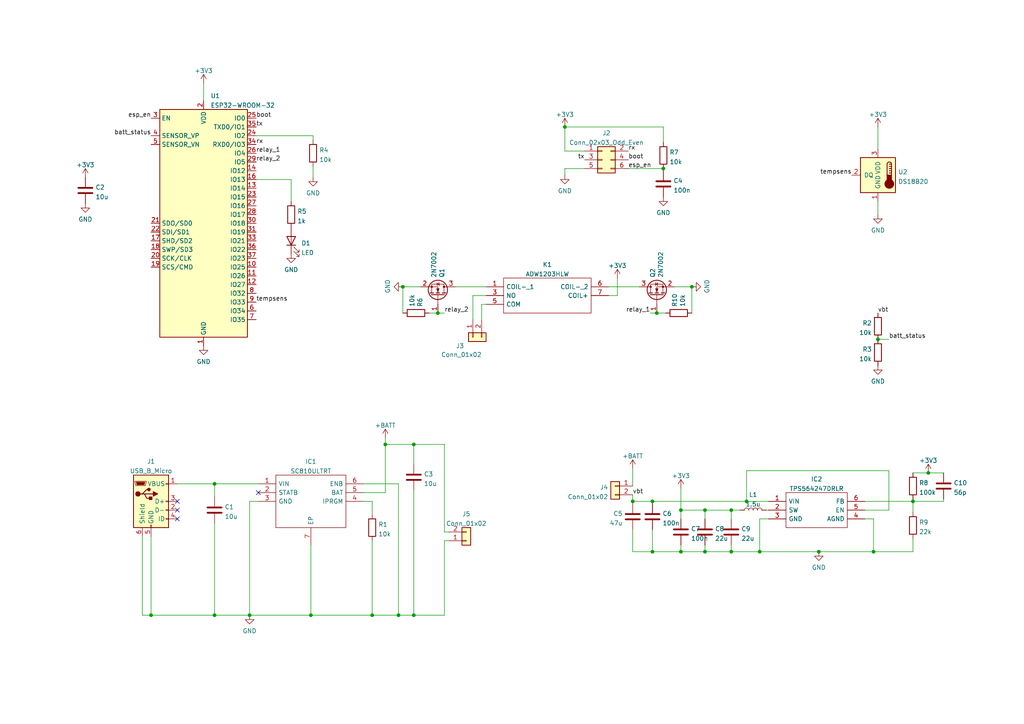
<source format=kicad_sch>
(kicad_sch (version 20211123) (generator eeschema)
  (paper "A4")
  (lib_symbols
    (symbol "Connector:USB_B_Micro" (pin_names (offset 1.016))
      (property "Reference" "J" (at -5.08 11.43 0))
      (property "Value" "USB_B_Micro" (at -5.08 8.89 0))
      (symbol "USB_B_Micro_0_1"
        (rectangle (start -5.08 -7.62) (end 5.08 7.62) (stroke (width 0.254)) (fill (type background)))
        (circle (center -3.81 2.159) (radius 0.635) (stroke (width 0.254)) (fill (type outline)))
        (circle (center -0.635 3.429) (radius 0.381) (stroke (width 0.254)) (fill (type outline)))
        (rectangle (start -0.127 -7.62) (end 0.127 -6.858))
        (polyline (pts (xy -1.905 2.159) (xy 0.635 2.159)) (stroke (width 0.254)))
        (polyline (pts (xy -3.175 2.159) (xy -2.54 2.159) (xy -1.27 3.429) (xy -0.635 3.429)) (stroke (width 0.254)))
        (polyline (pts (xy -2.54 2.159) (xy -1.905 2.159) (xy -1.27 0.889) (xy 0 0.889)) (stroke (width 0.254)))
        (polyline (pts (xy 0.635 2.794) (xy 0.635 1.524) (xy 1.905 2.159) (xy 0.635 2.794)) (stroke (width 0.254)) (fill (type outline)))
        (polyline (pts (xy -4.318 5.588) (xy -1.778 5.588) (xy -2.032 4.826) (xy -4.064 4.826) (xy -4.318 5.588)) (fill (type outline)))
        (polyline (pts (xy -4.699 5.842) (xy -4.699 5.588) (xy -4.445 4.826) (xy -4.445 4.572) (xy -1.651 4.572) (xy -1.651 4.826) (xy -1.397 5.588) (xy -1.397 5.842) (xy -4.699 5.842)))
        (rectangle (start 0.254 1.27) (end -0.508 0.508) (stroke (width 0.254)) (fill (type outline)))
        (rectangle (start 5.08 -5.207) (end 4.318 -4.953))
        (rectangle (start 5.08 -2.667) (end 4.318 -2.413))
        (rectangle (start 5.08 -0.127) (end 4.318 0.127))
        (rectangle (start 5.08 4.953) (end 4.318 5.207))
      )
      (symbol "USB_B_Micro_1_1"
        (pin power_out line (at 7.62 5.08 180) (length 2.54) (name "VBUS") (number "1"))
        (pin bidirectional line (at 7.62 -2.54 180) (length 2.54) (name "D-") (number "2"))
        (pin bidirectional line (at 7.62 0 180) (length 2.54) (name "D+") (number "3"))
        (pin passive line (at 7.62 -5.08 180) (length 2.54) (name "ID") (number "4"))
        (pin power_out line (at 0 -10.16 90) (length 2.54) (name "GND") (number "5"))
        (pin passive line (at -2.54 -10.16 90) (length 2.54) (name "Shield") (number "6"))
      )
    )
    (symbol "Connector_Generic:Conn_01x02" (pin_names (offset 1.016) hide)
      (property "Reference" "J" (at 0 2.54 0))
      (property "Value" "Conn_01x02" (at 0 -5.08 0))
      (symbol "Conn_01x02_1_1"
        (rectangle (start -1.27 -2.413) (end 0 -2.667) (stroke (width 0.1524)))
        (rectangle (start -1.27 0.127) (end 0 -0.127) (stroke (width 0.1524)))
        (rectangle (start -1.27 1.27) (end 1.27 -3.81) (stroke (width 0.254)) (fill (type background)))
        (pin passive line (at -5.08 0 0) (length 3.81) (name "Pin_1") (number "1"))
        (pin passive line (at -5.08 -2.54 0) (length 3.81) (name "Pin_2") (number "2"))
      )
    )
    (symbol "Connector_Generic:Conn_02x03_Odd_Even" (pin_names (offset 1.016) hide)
      (property "Reference" "J" (at 1.27 5.08 0))
      (property "Value" "Conn_02x03_Odd_Even" (at 1.27 -5.08 0))
      (symbol "Conn_02x03_Odd_Even_1_1"
        (rectangle (start -1.27 -2.413) (end 0 -2.667) (stroke (width 0.1524)))
        (rectangle (start -1.27 0.127) (end 0 -0.127) (stroke (width 0.1524)))
        (rectangle (start -1.27 2.667) (end 0 2.413) (stroke (width 0.1524)))
        (rectangle (start -1.27 3.81) (end 3.81 -3.81) (stroke (width 0.254)) (fill (type background)))
        (rectangle (start 3.81 -2.413) (end 2.54 -2.667) (stroke (width 0.1524)))
        (rectangle (start 3.81 0.127) (end 2.54 -0.127) (stroke (width 0.1524)))
        (rectangle (start 3.81 2.667) (end 2.54 2.413) (stroke (width 0.1524)))
        (pin passive line (at -5.08 2.54 0) (length 3.81) (name "Pin_1") (number "1"))
        (pin passive line (at 7.62 2.54 180) (length 3.81) (name "Pin_2") (number "2"))
        (pin passive line (at -5.08 0 0) (length 3.81) (name "Pin_3") (number "3"))
        (pin passive line (at 7.62 0 180) (length 3.81) (name "Pin_4") (number "4"))
        (pin passive line (at -5.08 -2.54 0) (length 3.81) (name "Pin_5") (number "5"))
        (pin passive line (at 7.62 -2.54 180) (length 3.81) (name "Pin_6") (number "6"))
      )
    )
    (symbol "Device:C" (pin_numbers hide) (pin_names (offset 0.254))
      (property "Reference" "C" (at 0.635 2.54 0))
      (property "Value" "C" (at 0.635 -2.54 0))
      (symbol "C_0_1"
        (polyline (pts (xy -2.032 -0.762) (xy 2.032 -0.762)) (stroke (width 0.508)))
        (polyline (pts (xy -2.032 0.762) (xy 2.032 0.762)) (stroke (width 0.508)))
      )
      (symbol "C_1_1"
        (pin passive line (at 0 3.81 270) (length 2.794) (name "~") (number "1"))
        (pin passive line (at 0 -3.81 90) (length 2.794) (name "~") (number "2"))
      )
    )
    (symbol "Device:L" (pin_numbers hide) (pin_names (offset 1.016) hide)
      (property "Reference" "L" (at -1.27 0 90))
      (property "Value" "L" (at 1.905 0 90))
      (symbol "L_0_1"
        (arc (start 0 -2.54) (mid 0.635 -1.905) (end 0 -1.27))
        (arc (start 0 -1.27) (mid 0.635 -0.635) (end 0 0))
        (arc (start 0 0) (mid 0.635 0.635) (end 0 1.27))
        (arc (start 0 1.27) (mid 0.635 1.905) (end 0 2.54))
      )
      (symbol "L_1_1"
        (pin passive line (at 0 3.81 270) (length 1.27) (name "1") (number "1"))
        (pin passive line (at 0 -3.81 90) (length 1.27) (name "2") (number "2"))
      )
    )
    (symbol "Device:LED" (pin_numbers hide) (pin_names (offset 1.016) hide)
      (property "Reference" "D" (at 0 2.54 0))
      (property "Value" "LED" (at 0 -2.54 0))
      (symbol "LED_0_1"
        (polyline (pts (xy -1.27 -1.27) (xy -1.27 1.27)) (stroke (width 0.254)))
        (polyline (pts (xy -1.27 0) (xy 1.27 0)))
        (polyline (pts (xy 1.27 -1.27) (xy 1.27 1.27) (xy -1.27 0) (xy 1.27 -1.27)) (stroke (width 0.254)))
        (polyline (pts (xy -3.048 -0.762) (xy -4.572 -2.286) (xy -3.81 -2.286) (xy -4.572 -2.286) (xy -4.572 -1.524)))
        (polyline (pts (xy -1.778 -0.762) (xy -3.302 -2.286) (xy -2.54 -2.286) (xy -3.302 -2.286) (xy -3.302 -1.524)))
      )
      (symbol "LED_1_1"
        (pin passive line (at -3.81 0 0) (length 2.54) (name "K") (number "1"))
        (pin passive line (at 3.81 0 180) (length 2.54) (name "A") (number "2"))
      )
    )
    (symbol "Device:R" (pin_numbers hide) (pin_names (offset 0))
      (property "Reference" "R" (at 2.032 0 90))
      (property "Value" "R" (at 0 0 90))
      (symbol "R_0_1"
        (rectangle (start -1.016 -2.54) (end 1.016 2.54) (stroke (width 0.254)))
      )
      (symbol "R_1_1"
        (pin passive line (at 0 3.81 270) (length 1.27) (name "~") (number "1"))
        (pin passive line (at 0 -3.81 90) (length 1.27) (name "~") (number "2"))
      )
    )
    (symbol "RF_Module:ESP32-WROOM-32"
      (property "Reference" "U" (at -12.7 34.29 0))
      (property "Value" "ESP32-WROOM-32" (at 1.27 34.29 0))
      (symbol "ESP32-WROOM-32_0_1"
        (rectangle (start -12.7 33.02) (end 12.7 -33.02) (stroke (width 0.254)) (fill (type background)))
      )
      (symbol "ESP32-WROOM-32_1_1"
        (pin power_in line (at 0 -35.56 90) (length 2.54) (name "GND") (number "1"))
        (pin bidirectional line (at 15.24 -12.7 180) (length 2.54) (name "IO25") (number "10"))
        (pin bidirectional line (at 15.24 -15.24 180) (length 2.54) (name "IO26") (number "11"))
        (pin bidirectional line (at 15.24 -17.78 180) (length 2.54) (name "IO27") (number "12"))
        (pin bidirectional line (at 15.24 10.16 180) (length 2.54) (name "IO14") (number "13"))
        (pin bidirectional line (at 15.24 15.24 180) (length 2.54) (name "IO12") (number "14"))
        (pin passive line (at 0 -35.56 90) (length 2.54) hide (name "GND") (number "15"))
        (pin bidirectional line (at 15.24 12.7 180) (length 2.54) (name "IO13") (number "16"))
        (pin bidirectional line (at -15.24 -5.08 0) (length 2.54) (name "SHD/SD2") (number "17"))
        (pin bidirectional line (at -15.24 -7.62 0) (length 2.54) (name "SWP/SD3") (number "18"))
        (pin bidirectional line (at -15.24 -12.7 0) (length 2.54) (name "SCS/CMD") (number "19"))
        (pin power_in line (at 0 35.56 270) (length 2.54) (name "VDD") (number "2"))
        (pin bidirectional line (at -15.24 -10.16 0) (length 2.54) (name "SCK/CLK") (number "20"))
        (pin bidirectional line (at -15.24 0 0) (length 2.54) (name "SDO/SD0") (number "21"))
        (pin bidirectional line (at -15.24 -2.54 0) (length 2.54) (name "SDI/SD1") (number "22"))
        (pin bidirectional line (at 15.24 7.62 180) (length 2.54) (name "IO15") (number "23"))
        (pin bidirectional line (at 15.24 25.4 180) (length 2.54) (name "IO2") (number "24"))
        (pin bidirectional line (at 15.24 30.48 180) (length 2.54) (name "IO0") (number "25"))
        (pin bidirectional line (at 15.24 20.32 180) (length 2.54) (name "IO4") (number "26"))
        (pin bidirectional line (at 15.24 5.08 180) (length 2.54) (name "IO16") (number "27"))
        (pin bidirectional line (at 15.24 2.54 180) (length 2.54) (name "IO17") (number "28"))
        (pin bidirectional line (at 15.24 17.78 180) (length 2.54) (name "IO5") (number "29"))
        (pin input line (at -15.24 30.48 0) (length 2.54) (name "EN") (number "3"))
        (pin bidirectional line (at 15.24 0 180) (length 2.54) (name "IO18") (number "30"))
        (pin bidirectional line (at 15.24 -2.54 180) (length 2.54) (name "IO19") (number "31"))
        (pin no_connect line (at -12.7 -27.94 0) (length 2.54) hide (name "NC") (number "32"))
        (pin bidirectional line (at 15.24 -5.08 180) (length 2.54) (name "IO21") (number "33"))
        (pin bidirectional line (at 15.24 22.86 180) (length 2.54) (name "RXD0/IO3") (number "34"))
        (pin bidirectional line (at 15.24 27.94 180) (length 2.54) (name "TXD0/IO1") (number "35"))
        (pin bidirectional line (at 15.24 -7.62 180) (length 2.54) (name "IO22") (number "36"))
        (pin bidirectional line (at 15.24 -10.16 180) (length 2.54) (name "IO23") (number "37"))
        (pin passive line (at 0 -35.56 90) (length 2.54) hide (name "GND") (number "38"))
        (pin passive line (at 0 -35.56 90) (length 2.54) hide (name "GND") (number "39"))
        (pin input line (at -15.24 25.4 0) (length 2.54) (name "SENSOR_VP") (number "4"))
        (pin input line (at -15.24 22.86 0) (length 2.54) (name "SENSOR_VN") (number "5"))
        (pin input line (at 15.24 -25.4 180) (length 2.54) (name "IO34") (number "6"))
        (pin input line (at 15.24 -27.94 180) (length 2.54) (name "IO35") (number "7"))
        (pin bidirectional line (at 15.24 -20.32 180) (length 2.54) (name "IO32") (number "8"))
        (pin bidirectional line (at 15.24 -22.86 180) (length 2.54) (name "IO33") (number "9"))
      )
    )
    (symbol "SamacSys_Parts:ADW1203HLW" (pin_names (offset 0.762))
      (property "Reference" "K" (at 31.75 7.62 0))
      (property "Value" "ADW1203HLW" (at 31.75 5.08 0))
      (symbol "ADW1203HLW_0_0"
        (pin passive line (at 0 0 0) (length 5.08) (name "COIL-_1") (number "1"))
        (pin passive line (at 0 -2.54 0) (length 5.08) (name "NO") (number "3"))
        (pin passive line (at 0 -5.08 0) (length 5.08) (name "COM") (number "5"))
        (pin passive line (at 35.56 0 180) (length 5.08) (name "COIL-_2") (number "6"))
        (pin passive line (at 35.56 -2.54 180) (length 5.08) (name "COIL+") (number "7"))
      )
      (symbol "ADW1203HLW_0_1"
        (polyline (pts (xy 5.08 2.54) (xy 30.48 2.54) (xy 30.48 -7.62) (xy 5.08 -7.62) (xy 5.08 2.54)) (stroke (width 0.1524)))
      )
    )
    (symbol "SamacSys_Parts:SC810ULTRT" (pin_names (offset 0.762))
      (property "Reference" "IC" (at 26.67 7.62 0))
      (property "Value" "SC810ULTRT" (at 26.67 5.08 0))
      (symbol "SC810ULTRT_0_0"
        (pin passive line (at 0 0 0) (length 5.08) (name "VIN") (number "1"))
        (pin passive line (at 0 -2.54 0) (length 5.08) (name "STATB") (number "2"))
        (pin passive line (at 0 -5.08 0) (length 5.08) (name "GND") (number "3"))
        (pin passive line (at 30.48 -5.08 180) (length 5.08) (name "IPRGM") (number "4"))
        (pin passive line (at 30.48 -2.54 180) (length 5.08) (name "BAT") (number "5"))
        (pin passive line (at 30.48 0 180) (length 5.08) (name "ENB") (number "6"))
        (pin passive line (at 15.24 -17.78 90) (length 5.08) (name "EP") (number "7"))
      )
      (symbol "SC810ULTRT_0_1"
        (polyline (pts (xy 5.08 2.54) (xy 25.4 2.54) (xy 25.4 -12.7) (xy 5.08 -12.7) (xy 5.08 2.54)) (stroke (width 0.1524)))
      )
    )
    (symbol "SamacSys_Parts:TPS564247DRLR" (pin_names (offset 0.762))
      (property "Reference" "IC" (at 24.13 7.62 0))
      (property "Value" "TPS564247DRLR" (at 24.13 5.08 0))
      (symbol "TPS564247DRLR_0_0"
        (pin passive line (at 0 0 0) (length 5.08) (name "VIN") (number "1"))
        (pin passive line (at 0 -2.54 0) (length 5.08) (name "SW") (number "2"))
        (pin passive line (at 0 -5.08 0) (length 5.08) (name "GND") (number "3"))
        (pin passive line (at 27.94 -5.08 180) (length 5.08) (name "AGND") (number "4"))
        (pin passive line (at 27.94 -2.54 180) (length 5.08) (name "EN") (number "5"))
        (pin passive line (at 27.94 0 180) (length 5.08) (name "FB") (number "6"))
      )
      (symbol "TPS564247DRLR_0_1"
        (polyline (pts (xy 5.08 2.54) (xy 22.86 2.54) (xy 22.86 -7.62) (xy 5.08 -7.62) (xy 5.08 2.54)) (stroke (width 0.1524)))
      )
    )
    (symbol "Sensor_Temperature:DS18B20" (pin_names (offset 1.016))
      (property "Reference" "U" (at -3.81 6.35 0))
      (property "Value" "DS18B20" (at 6.35 6.35 0))
      (symbol "DS18B20_0_1"
        (rectangle (start -5.08 5.08) (end 5.08 -5.08) (stroke (width 0.254)) (fill (type background)))
        (circle (center -3.302 -2.54) (radius 1.27) (stroke (width 0.254)) (fill (type outline)))
        (rectangle (start -2.667 -1.905) (end -3.937 0) (stroke (width 0.254)) (fill (type outline)))
        (arc (start -2.667 3.175) (mid -3.302 3.81) (end -3.937 3.175) (stroke (width 0.254)))
        (polyline (pts (xy -3.937 0.635) (xy -3.302 0.635)) (stroke (width 0.254)))
        (polyline (pts (xy -3.937 1.27) (xy -3.302 1.27)) (stroke (width 0.254)))
        (polyline (pts (xy -3.937 1.905) (xy -3.302 1.905)) (stroke (width 0.254)))
        (polyline (pts (xy -3.937 2.54) (xy -3.302 2.54)) (stroke (width 0.254)))
        (polyline (pts (xy -3.937 3.175) (xy -3.937 0)) (stroke (width 0.254)))
        (polyline (pts (xy -3.937 3.175) (xy -3.302 3.175)) (stroke (width 0.254)))
        (polyline (pts (xy -2.667 3.175) (xy -2.667 0)) (stroke (width 0.254)))
      )
      (symbol "DS18B20_1_1"
        (pin power_in line (at 0 -7.62 90) (length 2.54) (name "GND") (number "1"))
        (pin bidirectional line (at 7.62 0 180) (length 2.54) (name "DQ") (number "2"))
        (pin power_in line (at 0 7.62 270) (length 2.54) (name "VDD") (number "3"))
      )
    )
    (symbol "Transistor_FET:2N7002" (pin_names hide)
      (property "Reference" "Q" (at 5.08 1.905 0))
      (property "Value" "2N7002" (at 5.08 0 0))
      (symbol "2N7002_0_1"
        (polyline (pts (xy 0.254 0) (xy -2.54 0)))
        (polyline (pts (xy 0.254 1.905) (xy 0.254 -1.905)) (stroke (width 0.254)))
        (polyline (pts (xy 0.762 -1.27) (xy 0.762 -2.286)) (stroke (width 0.254)))
        (polyline (pts (xy 0.762 0.508) (xy 0.762 -0.508)) (stroke (width 0.254)))
        (polyline (pts (xy 0.762 2.286) (xy 0.762 1.27)) (stroke (width 0.254)))
        (polyline (pts (xy 2.54 2.54) (xy 2.54 1.778)))
        (polyline (pts (xy 2.54 -2.54) (xy 2.54 0) (xy 0.762 0)))
        (polyline (pts (xy 0.762 -1.778) (xy 3.302 -1.778) (xy 3.302 1.778) (xy 0.762 1.778)))
        (polyline (pts (xy 1.016 0) (xy 2.032 0.381) (xy 2.032 -0.381) (xy 1.016 0)) (fill (type outline)))
        (polyline (pts (xy 2.794 0.508) (xy 2.921 0.381) (xy 3.683 0.381) (xy 3.81 0.254)))
        (polyline (pts (xy 3.302 0.381) (xy 2.921 -0.254) (xy 3.683 -0.254) (xy 3.302 0.381)))
        (circle (center 1.651 0) (radius 2.794) (stroke (width 0.254)))
        (circle (center 2.54 -1.778) (radius 0.254) (fill (type outline)))
        (circle (center 2.54 1.778) (radius 0.254) (fill (type outline)))
      )
      (symbol "2N7002_1_1"
        (pin input line (at -5.08 0 0) (length 2.54) (name "G") (number "1"))
        (pin passive line (at 2.54 -5.08 90) (length 2.54) (name "S") (number "2"))
        (pin passive line (at 2.54 5.08 270) (length 2.54) (name "D") (number "3"))
      )
    )
    (symbol "power:+3V3" (power) (pin_names (offset 0))
      (property "Value" "+3V3" (at 0 3.556 0))
      (symbol "+3V3_0_1"
        (polyline (pts (xy -0.762 1.27) (xy 0 2.54)))
        (polyline (pts (xy 0 0) (xy 0 2.54)))
        (polyline (pts (xy 0 2.54) (xy 0.762 1.27)))
      )
      (symbol "+3V3_1_1"
        (pin power_in line (at 0 0 90) (length 0) hide (name "+3V3") (number "1"))
      )
    )
    (symbol "power:+BATT" (power) (pin_names (offset 0))
      (property "Value" "+BATT" (at 0 3.556 0))
      (symbol "+BATT_0_1"
        (polyline (pts (xy -0.762 1.27) (xy 0 2.54)))
        (polyline (pts (xy 0 0) (xy 0 2.54)))
        (polyline (pts (xy 0 2.54) (xy 0.762 1.27)))
      )
      (symbol "+BATT_1_1"
        (pin power_in line (at 0 0 90) (length 0) hide (name "+BATT") (number "1"))
      )
    )
    (symbol "power:GND" (power) (pin_names (offset 0))
      (property "Value" "GND" (at 0 -3.81 0))
      (symbol "GND_0_1"
        (polyline (pts (xy 0 0) (xy 0 -1.27) (xy 1.27 -1.27) (xy 0 -2.54) (xy -1.27 -1.27) (xy 0 -1.27)))
      )
      (symbol "GND_1_1"
        (pin power_in line (at 0 0 270) (length 0) hide (name "GND") (number "1"))
      )
    )
  )
  (junction (at 120.015 128.905))
  (junction (at 197.485 160.02))
  (junction (at 212.09 147.955))
  (junction (at 107.95 178.435))
  (junction (at 220.345 160.02))
  (junction (at 253.365 160.02))
  (junction (at 254.635 98.425))
  (junction (at 189.23 160.02))
  (junction (at 111.76 128.905))
  (junction (at 43.815 178.435))
  (junction (at 183.515 145.415))
  (junction (at 90.17 178.435))
  (junction (at 116.84 83.185))
  (junction (at 212.09 160.02))
  (junction (at 163.83 36.83))
  (junction (at 115.57 178.435))
  (junction (at 62.23 140.335))
  (junction (at 62.23 178.435))
  (junction (at 127 90.805))
  (junction (at 204.47 147.955))
  (junction (at 200.66 83.185))
  (junction (at 269.24 137.16))
  (junction (at 204.47 160.02))
  (junction (at 120.015 178.435))
  (junction (at 264.795 145.415))
  (junction (at 189.23 145.415))
  (junction (at 237.49 160.02))
  (junction (at 197.485 147.955))
  (junction (at 216.535 145.415))
  (junction (at 192.405 48.895))
  (junction (at 190.5 90.805))
  (junction (at 72.39 178.435))
  (no_connect (at 51.435 145.415))
  (no_connect (at 74.93 142.875))
  (no_connect (at 51.435 147.955))
  (no_connect (at 51.435 150.495))
  (wire (pts (xy 105.41 140.335) (xy 115.57 140.335)))
  (wire (pts (xy 197.485 160.02) (xy 204.47 160.02)))
  (wire (pts (xy 72.39 145.415) (xy 74.93 145.415)))
  (wire (pts (xy 72.39 178.435) (xy 72.39 145.415)))
  (wire (pts (xy 62.23 151.765) (xy 62.23 178.435)))
  (wire (pts (xy 204.47 160.02) (xy 212.09 160.02)))
  (wire (pts (xy 189.23 145.415) (xy 189.23 146.05)))
  (wire (pts (xy 130.175 154.305) (xy 128.905 154.305)))
  (wire (pts (xy 51.435 140.335) (xy 62.23 140.335)))
  (wire (pts (xy 216.535 145.415) (xy 222.885 145.415)))
  (wire (pts (xy 192.405 48.895) (xy 192.405 49.53)))
  (wire (pts (xy 169.545 48.895) (xy 163.83 48.895)))
  (wire (pts (xy 183.515 146.05) (xy 183.515 145.415)))
  (wire (pts (xy 183.515 143.51) (xy 183.515 145.415)))
  (wire (pts (xy 216.535 136.525) (xy 216.535 145.415)))
  (wire (pts (xy 128.905 156.845) (xy 130.175 156.845)))
  (wire (pts (xy 183.515 145.415) (xy 189.23 145.415)))
  (wire (pts (xy 128.905 90.805) (xy 127 90.805)))
  (wire (pts (xy 189.23 153.67) (xy 189.23 160.02)))
  (wire (pts (xy 140.97 85.725) (xy 137.16 85.725)))
  (wire (pts (xy 183.515 160.02) (xy 189.23 160.02)))
  (wire (pts (xy 139.7 92.71) (xy 139.7 88.265)))
  (wire (pts (xy 163.83 36.83) (xy 163.83 43.815)))
  (wire (pts (xy 127 90.805) (xy 124.46 90.805)))
  (wire (pts (xy 220.345 150.495) (xy 220.345 160.02)))
  (wire (pts (xy 197.485 158.115) (xy 197.485 160.02)))
  (wire (pts (xy 105.41 142.875) (xy 111.76 142.875)))
  (wire (pts (xy 120.015 178.435) (xy 115.57 178.435)))
  (wire (pts (xy 140.97 83.185) (xy 132.08 83.185)))
  (wire (pts (xy 176.53 85.725) (xy 179.07 85.725)))
  (wire (pts (xy 183.515 135.89) (xy 183.515 140.97)))
  (wire (pts (xy 212.09 150.495) (xy 212.09 147.955)))
  (wire (pts (xy 107.95 156.845) (xy 107.95 178.435)))
  (wire (pts (xy 90.805 39.37) (xy 90.805 40.64)))
  (wire (pts (xy 120.015 178.435) (xy 128.905 178.435)))
  (wire (pts (xy 116.84 90.805) (xy 116.84 83.185)))
  (wire (pts (xy 212.09 147.955) (xy 214.63 147.955)))
  (wire (pts (xy 264.795 160.02) (xy 253.365 160.02)))
  (wire (pts (xy 188.595 90.805) (xy 190.5 90.805)))
  (wire (pts (xy 200.66 90.805) (xy 200.66 83.185)))
  (wire (pts (xy 43.815 178.435) (xy 62.23 178.435)))
  (wire (pts (xy 62.23 140.335) (xy 74.93 140.335)))
  (wire (pts (xy 257.81 136.525) (xy 216.535 136.525)))
  (wire (pts (xy 264.795 145.415) (xy 264.795 148.59)))
  (wire (pts (xy 74.295 52.07) (xy 84.455 52.07)))
  (wire (pts (xy 250.825 147.955) (xy 257.81 147.955)))
  (wire (pts (xy 176.53 83.185) (xy 185.42 83.185)))
  (wire (pts (xy 84.455 52.07) (xy 84.455 58.42)))
  (wire (pts (xy 257.81 98.425) (xy 254.635 98.425)))
  (wire (pts (xy 111.76 128.905) (xy 120.015 128.905)))
  (wire (pts (xy 192.405 36.83) (xy 192.405 41.275)))
  (wire (pts (xy 204.47 147.955) (xy 204.47 150.495)))
  (wire (pts (xy 163.83 43.815) (xy 169.545 43.815)))
  (wire (pts (xy 204.47 158.115) (xy 204.47 160.02)))
  (wire (pts (xy 90.17 158.115) (xy 90.17 178.435)))
  (wire (pts (xy 222.885 150.495) (xy 220.345 150.495)))
  (wire (pts (xy 220.345 160.02) (xy 237.49 160.02)))
  (wire (pts (xy 115.57 140.335) (xy 115.57 178.435)))
  (wire (pts (xy 90.805 48.26) (xy 90.805 51.435)))
  (wire (pts (xy 128.905 178.435) (xy 128.905 156.845)))
  (wire (pts (xy 43.815 155.575) (xy 43.815 178.435)))
  (wire (pts (xy 212.09 160.02) (xy 220.345 160.02)))
  (wire (pts (xy 121.92 83.185) (xy 116.84 83.185)))
  (wire (pts (xy 264.795 145.415) (xy 264.795 144.78)))
  (wire (pts (xy 182.245 48.895) (xy 192.405 48.895)))
  (wire (pts (xy 120.015 142.24) (xy 120.015 178.435)))
  (wire (pts (xy 62.23 144.145) (xy 62.23 140.335)))
  (wire (pts (xy 212.09 158.115) (xy 212.09 160.02)))
  (wire (pts (xy 273.685 144.78) (xy 273.685 145.415)))
  (wire (pts (xy 250.825 145.415) (xy 264.795 145.415)))
  (wire (pts (xy 128.905 128.905) (xy 128.905 154.305)))
  (wire (pts (xy 273.685 145.415) (xy 264.795 145.415)))
  (wire (pts (xy 62.23 178.435) (xy 72.39 178.435)))
  (wire (pts (xy 115.57 178.435) (xy 107.95 178.435)))
  (wire (pts (xy 197.485 141.605) (xy 197.485 147.955)))
  (wire (pts (xy 197.485 147.955) (xy 197.485 150.495)))
  (wire (pts (xy 163.83 48.895) (xy 163.83 50.8)))
  (wire (pts (xy 183.515 153.67) (xy 183.515 160.02)))
  (wire (pts (xy 41.275 178.435) (xy 43.815 178.435)))
  (wire (pts (xy 190.5 90.805) (xy 193.04 90.805)))
  (wire (pts (xy 128.905 128.905) (xy 120.015 128.905)))
  (wire (pts (xy 107.95 149.225) (xy 107.95 145.415)))
  (wire (pts (xy 253.365 150.495) (xy 250.825 150.495)))
  (wire (pts (xy 254.635 62.23) (xy 254.635 58.42)))
  (wire (pts (xy 139.7 88.265) (xy 140.97 88.265)))
  (wire (pts (xy 90.17 178.435) (xy 72.39 178.435)))
  (wire (pts (xy 111.76 142.875) (xy 111.76 128.905)))
  (wire (pts (xy 212.09 147.955) (xy 204.47 147.955)))
  (wire (pts (xy 204.47 147.955) (xy 197.485 147.955)))
  (wire (pts (xy 179.07 80.645) (xy 179.07 85.725)))
  (wire (pts (xy 90.17 178.435) (xy 107.95 178.435)))
  (wire (pts (xy 269.24 137.16) (xy 273.685 137.16)))
  (wire (pts (xy 189.23 160.02) (xy 197.485 160.02)))
  (wire (pts (xy 237.49 160.02) (xy 253.365 160.02)))
  (wire (pts (xy 253.365 160.02) (xy 253.365 150.495)))
  (wire (pts (xy 189.23 145.415) (xy 216.535 145.415)))
  (wire (pts (xy 107.95 145.415) (xy 105.41 145.415)))
  (wire (pts (xy 222.25 147.955) (xy 222.885 147.955)))
  (wire (pts (xy 41.275 155.575) (xy 41.275 178.435)))
  (wire (pts (xy 264.795 137.16) (xy 269.24 137.16)))
  (wire (pts (xy 59.055 24.13) (xy 59.055 29.21)))
  (wire (pts (xy 254.635 36.83) (xy 254.635 43.18)))
  (wire (pts (xy 74.295 39.37) (xy 90.805 39.37)))
  (wire (pts (xy 257.81 147.955) (xy 257.81 136.525)))
  (wire (pts (xy 192.405 36.83) (xy 163.83 36.83)))
  (wire (pts (xy 264.795 156.21) (xy 264.795 160.02)))
  (wire (pts (xy 195.58 83.185) (xy 200.66 83.185)))
  (wire (pts (xy 111.76 128.905) (xy 111.76 127)))
  (wire (pts (xy 137.16 85.725) (xy 137.16 92.71)))
  (wire (pts (xy 120.015 128.905) (xy 120.015 134.62)))
  (label "tempsens" (at 247.015 50.8 180))
  (label "batt_status" (at 43.815 39.37 180))
  (label "rx" (at 74.295 41.91 0))
  (label "rx" (at 182.245 43.815 0))
  (label "tx" (at 74.295 36.83 0))
  (label "vbt" (at 254.635 90.805 0))
  (label "tx" (at 169.545 46.355 180))
  (label "relay_2" (at 74.295 46.99 0))
  (label "batt_status" (at 257.81 98.425 0))
  (label "tempsens" (at 74.295 87.63 0))
  (label "esp_en" (at 182.245 48.895 0))
  (label "boot" (at 74.295 34.29 0))
  (label "relay_2" (at 128.905 90.805 0))
  (label "esp_en" (at 43.815 34.29 180))
  (label "relay_1" (at 188.595 90.805 180))
  (label "vbt" (at 183.515 143.51 0))
  (label "relay_1" (at 74.295 44.45 0))
  (label "boot" (at 182.245 46.355 0))
  (symbol (lib_id "Device:L") (at 218.44 147.955 90) (unit 1)
    (property "Reference" "L1" (at 218.44 143.4805 90))
    (property "Value" "1.5u" (at 218.44 146.2556 90))
    (property "Footprint" "Inductor_SMD:L_Wuerth_MAPI-4020" (effects hide))
  )
  (symbol (lib_id "power:+3V3") (at 254.635 36.83 0) (unit 1)
    (property "Reference" "#PWR010" (effects hide))
    (property "Value" "+3V3" (at 254.635 33.2255 0))
  )
  (symbol (lib_id "Transistor_FET:2N7002") (at 127 85.725 270) (mirror x) (unit 1)
    (property "Reference" "Q1" (at 128.1684 80.5434 0) (effects (justify left)))
    (property "Value" "2N7002" (at 125.857 80.5434 0) (effects (justify left)))
    (property "Footprint" "Package_TO_SOT_SMD:SOT-23" (effects hide))
    (property "Datasheet" "https://www.onsemi.com/pub/Collateral/NDS7002A-D.PDF" (effects hide))
  )
  (symbol (lib_id "Connector_Generic:Conn_01x02") (at 137.16 97.79 90) (mirror x) (unit 1)
    (property "Reference" "J3" (at 134.62 100.33 90) (effects (justify left)))
    (property "Value" "Conn_01x02" (at 139.7 102.87 90) (effects (justify left)))
    (property "Footprint" "TerminalBlock_Phoenix:TerminalBlock_Phoenix_MKDS-1,5-2_1x02_P5.00mm_Horizontal" (effects hide))
  )
  (symbol (lib_id "Device:C") (at 24.765 55.245 0) (unit 1)
    (property "Reference" "C2" (at 27.686 54.3365 0) (effects (justify left)))
    (property "Value" "10u" (at 27.686 57.1116 0) (effects (justify left)))
    (property "Footprint" "Capacitor_SMD:C_0805_2012Metric_Pad1.18x1.45mm_HandSolder" (effects hide))
  )
  (symbol (lib_id "power:+3V3") (at 197.485 141.605 0) (unit 1)
    (property "Reference" "#PWR0108" (effects hide))
    (property "Value" "+3V3" (at 197.485 138.0005 0))
  )
  (symbol (lib_id "power:+3V3") (at 269.24 137.16 0) (unit 1)
    (property "Reference" "#PWR0107" (effects hide))
    (property "Value" "+3V3" (at 269.24 133.5555 0))
  )
  (symbol (lib_id "Device:R") (at 107.95 153.035 180) (unit 1)
    (property "Reference" "R1" (at 109.728 152.1265 0) (effects (justify right)))
    (property "Value" "10k" (at 109.728 154.9016 0) (effects (justify right)))
    (property "Footprint" "Resistor_SMD:R_0805_2012Metric" (effects hide))
  )
  (symbol (lib_id "power:+3V3") (at 179.07 80.645 0) (unit 1)
    (property "Reference" "#PWR0105" (effects hide))
    (property "Value" "+3V3" (at 179.07 77.0405 0))
  )
  (symbol (lib_id "power:GND") (at 72.39 178.435 0) (unit 1)
    (property "Reference" "#PWR02" (effects hide))
    (property "Value" "GND" (at 72.39 182.9975 0))
  )
  (symbol (lib_id "Sensor_Temperature:DS18B20") (at 254.635 50.8 0) (mirror y) (unit 1)
    (property "Reference" "U2" (at 260.477 49.8915 0) (effects (justify right)))
    (property "Value" "DS18B20" (at 260.477 52.6666 0) (effects (justify right)))
    (property "Footprint" "Package_TO_SOT_THT:TO-92_Inline" (effects hide))
    (property "Datasheet" "http://datasheets.maximintegrated.com/en/ds/DS18B20.pdf" (effects hide))
  )
  (symbol (lib_id "power:GND") (at 200.66 83.185 90) (unit 1)
    (property "Reference" "#PWR0104" (effects hide))
    (property "Value" "GND" (at 205.0542 83.058 0))
  )
  (symbol (lib_id "Device:R") (at 196.85 90.805 270) (unit 1)
    (property "Reference" "R10" (at 195.6816 89.027 0) (effects (justify right)))
    (property "Value" "10k" (at 197.993 89.027 0) (effects (justify right)))
    (property "Footprint" "Resistor_SMD:R_0805_2012Metric" (effects hide))
  )
  (symbol (lib_id "Device:C") (at 120.015 138.43 0) (unit 1)
    (property "Reference" "C3" (at 122.936 137.5215 0) (effects (justify left)))
    (property "Value" "10u" (at 122.936 140.2966 0) (effects (justify left)))
    (property "Footprint" "Capacitor_SMD:C_0805_2012Metric_Pad1.18x1.45mm_HandSolder" (effects hide))
  )
  (symbol (lib_id "RF_Module:ESP32-WROOM-32") (at 59.055 64.77 0) (unit 1)
    (property "Reference" "U1" (at 61.0744 27.7835 0) (effects (justify left)))
    (property "Value" "ESP32-WROOM-32" (at 61.0744 30.5586 0) (effects (justify left)))
    (property "Footprint" "RF_Module:ESP32-WROOM-32" (effects hide))
    (property "Datasheet" "https://www.espressif.com/sites/default/files/documentation/esp32-wroom-32_datasheet_en.pdf" (effects hide))
  )
  (symbol (lib_id "power:GND") (at 84.455 73.66 0) (unit 1)
    (property "Reference" "#PWR016" (effects hide))
    (property "Value" "GND" (at 84.455 78.2225 0))
  )
  (symbol (lib_id "SamacSys_Parts:TPS564247DRLR") (at 222.885 145.415 0) (unit 1)
    (property "Reference" "IC2" (at 236.855 138.9593 0))
    (property "Value" "TPS564247DRLR" (at 236.855 141.7344 0))
    (property "Footprint" "SamacSys_Parts:SOT50P160X60-6N" (effects hide))
    (property "Datasheet" "https://www.ti.com/lit/ds/symlink/tps564242.pdf" (effects hide))
    (property "Description" "Switching Voltage Regulators 3-V to 16-V input voltage, 4-A FCCM mode, synchronous buck converter in SOT-563 package" (effects hide))
    (property "Height" "0.6" (effects hide))
    (property "Mouser Part Number" "595-TPS564247DRLR" (effects hide))
    (property "Mouser Price/Stock" "https://www.mouser.co.uk/ProductDetail/Texas-Instruments/TPS564247DRLR?qs=tlsG%2FOw5FFiLH60bcMvlFQ%3D%3D" (effects hide))
    (property "Manufacturer_Name" "Texas Instruments" (effects hide))
    (property "Manufacturer_Part_Number" "TPS564247DRLR" (effects hide))
  )
  (symbol (lib_id "power:GND") (at 59.055 100.33 0) (unit 1)
    (property "Reference" "#PWR014" (effects hide))
    (property "Value" "GND" (at 59.055 104.8925 0))
  )
  (symbol (lib_id "power:GND") (at 192.405 57.15 0) (unit 1)
    (property "Reference" "#PWR08" (effects hide))
    (property "Value" "GND" (at 192.405 61.7125 0))
  )
  (symbol (lib_id "power:GND") (at 90.805 51.435 0) (unit 1)
    (property "Reference" "#PWR015" (effects hide))
    (property "Value" "GND" (at 90.805 55.9975 0))
  )
  (symbol (lib_id "power:GND") (at 254.635 106.045 0) (unit 1)
    (property "Reference" "#PWR0103" (effects hide))
    (property "Value" "GND" (at 254.635 110.6075 0))
  )
  (symbol (lib_id "Device:C") (at 192.405 53.34 0) (unit 1)
    (property "Reference" "C4" (at 195.326 52.4315 0) (effects (justify left)))
    (property "Value" "100n" (at 195.326 55.2066 0) (effects (justify left)))
    (property "Footprint" "Capacitor_SMD:C_0805_2012Metric_Pad1.18x1.45mm_HandSolder" (effects hide))
  )
  (symbol (lib_id "Device:R") (at 254.635 94.615 0) (mirror x) (unit 1)
    (property "Reference" "R2" (at 252.8571 93.7065 0) (effects (justify right)))
    (property "Value" "10k" (at 252.8571 96.4816 0) (effects (justify right)))
    (property "Footprint" "Resistor_SMD:R_0805_2012Metric" (effects hide))
  )
  (symbol (lib_id "power:GND") (at 237.49 160.02 0) (unit 1)
    (property "Reference" "#PWR0101" (effects hide))
    (property "Value" "GND" (at 237.49 164.5825 0))
  )
  (symbol (lib_id "power:GND") (at 254.635 62.23 0) (unit 1)
    (property "Reference" "#PWR011" (effects hide))
    (property "Value" "GND" (at 254.635 66.7925 0))
  )
  (symbol (lib_id "Device:C") (at 197.485 154.305 0) (unit 1)
    (property "Reference" "C7" (at 200.406 153.3965 0) (effects (justify left)))
    (property "Value" "100n" (at 200.406 156.1716 0) (effects (justify left)))
    (property "Footprint" "Capacitor_SMD:C_0603_1608Metric_Pad1.08x0.95mm_HandSolder" (effects hide))
  )
  (symbol (lib_id "power:+3V3") (at 59.055 24.13 0) (unit 1)
    (property "Reference" "#PWR01" (effects hide))
    (property "Value" "+3V3" (at 59.055 20.5255 0))
  )
  (symbol (lib_id "Device:R") (at 192.405 45.085 0) (mirror x) (unit 1)
    (property "Reference" "R7" (at 194.183 44.1765 0) (effects (justify left)))
    (property "Value" "10k" (at 194.183 46.9516 0) (effects (justify left)))
    (property "Footprint" "Resistor_SMD:R_0805_2012Metric" (effects hide))
  )
  (symbol (lib_id "power:+BATT") (at 183.515 135.89 0) (unit 1)
    (property "Reference" "#PWR019" (effects hide))
    (property "Value" "+BATT" (at 183.515 132.2855 0))
  )
  (symbol (lib_id "power:+BATT") (at 111.76 127 0) (mirror y) (unit 1)
    (property "Reference" "#PWR0102" (effects hide))
    (property "Value" "+BATT" (at 111.76 123.3955 0))
  )
  (symbol (lib_id "Device:C") (at 212.09 154.305 0) (unit 1)
    (property "Reference" "C9" (at 215.011 153.3965 0) (effects (justify left)))
    (property "Value" "22u" (at 215.011 156.1716 0) (effects (justify left)))
    (property "Footprint" "Capacitor_SMD:C_0805_2012Metric" (effects hide))
  )
  (symbol (lib_id "Device:LED") (at 84.455 69.85 90) (unit 1)
    (property "Reference" "D1" (at 87.376 70.529 90) (effects (justify right)))
    (property "Value" "LED" (at 87.376 73.3041 90) (effects (justify right)))
    (property "Footprint" "LED_SMD:LED_0805_2012Metric" (effects hide))
  )
  (symbol (lib_id "power:+3V3") (at 24.765 51.435 0) (unit 1)
    (property "Reference" "#PWR03" (effects hide))
    (property "Value" "+3V3" (at 24.765 47.8305 0))
  )
  (symbol (lib_id "Device:C") (at 189.23 149.86 0) (unit 1)
    (property "Reference" "C6" (at 192.151 148.9515 0) (effects (justify left)))
    (property "Value" "100n" (at 192.151 151.7266 0) (effects (justify left)))
    (property "Footprint" "Capacitor_SMD:C_0603_1608Metric_Pad1.08x0.95mm_HandSolder" (effects hide))
  )
  (symbol (lib_id "Device:R") (at 84.455 62.23 180) (unit 1)
    (property "Reference" "R5" (at 86.233 61.3215 0) (effects (justify right)))
    (property "Value" "1k" (at 86.233 64.0966 0) (effects (justify right)))
    (property "Footprint" "Resistor_SMD:R_0805_2012Metric" (effects hide))
  )
  (symbol (lib_id "power:GND") (at 24.765 59.055 0) (unit 1)
    (property "Reference" "#PWR04" (effects hide))
    (property "Value" "GND" (at 24.765 63.6175 0))
  )
  (symbol (lib_id "Device:R") (at 264.795 152.4 180) (unit 1)
    (property "Reference" "R9" (at 266.573 151.4915 0) (effects (justify right)))
    (property "Value" "22k" (at 266.573 154.2666 0) (effects (justify right)))
    (property "Footprint" "Resistor_SMD:R_0603_1608Metric_Pad0.98x0.95mm_HandSolder" (effects hide))
  )
  (symbol (lib_id "Device:R") (at 120.65 90.805 90) (mirror x) (unit 1)
    (property "Reference" "R6" (at 121.8184 89.027 0) (effects (justify right)))
    (property "Value" "10k" (at 119.507 89.027 0) (effects (justify right)))
    (property "Footprint" "Resistor_SMD:R_0805_2012Metric" (effects hide))
  )
  (symbol (lib_id "power:+3V3") (at 163.83 36.83 0) (unit 1)
    (property "Reference" "#PWR06" (effects hide))
    (property "Value" "+3V3" (at 163.83 33.2255 0))
  )
  (symbol (lib_id "Connector_Generic:Conn_01x02") (at 178.435 140.97 0) (mirror y) (unit 1)
    (property "Reference" "J4" (at 176.403 141.3315 0) (effects (justify left)))
    (property "Value" "Conn_01x02" (at 176.403 144.1066 0) (effects (justify left)))
    (property "Footprint" "Connector_PinHeader_2.54mm:PinHeader_1x02_P2.54mm_Vertical" (effects hide))
  )
  (symbol (lib_id "SamacSys_Parts:SC810ULTRT") (at 74.93 140.335 0) (unit 1)
    (property "Reference" "IC1" (at 90.17 133.8793 0))
    (property "Value" "SC810ULTRT" (at 90.17 136.6544 0))
    (property "Footprint" "SamacSys_Parts:SON50P200X200X60-7N-D" (effects hide))
    (property "Datasheet" "https://www.arrow.com/en/products/sc810ultrt/semtech" (effects hide))
    (property "Description" "Battery Management SNGL INPUT/MODE LI BATT CHRGR" (effects hide))
    (property "Height" "0.6" (effects hide))
    (property "Mouser Part Number" "947-SC810ULTRT" (effects hide))
    (property "Mouser Price/Stock" "https://www.mouser.co.uk/ProductDetail/Semtech/SC810ULTRT?qs=rBWM4%252BvDhIeySh%2F916GS6g%3D%3D" (effects hide))
    (property "Manufacturer_Name" "SEMTECH" (effects hide))
    (property "Manufacturer_Part_Number" "SC810ULTRT" (effects hide))
  )
  (symbol (lib_id "Connector:USB_B_Micro") (at 43.815 145.415 0) (unit 1)
    (property "Reference" "J1" (at 43.815 133.8285 0))
    (property "Value" "USB_B_Micro" (at 43.815 136.6036 0))
    (property "Footprint" "Connector_USB:USB_Micro-B_Molex-105017-0001" (effects hide))
  )
  (symbol (lib_id "Connector_Generic:Conn_01x02") (at 135.255 156.845 0) (mirror x) (unit 1)
    (property "Reference" "J5" (at 135.255 149.0685 0))
    (property "Value" "Conn_01x02" (at 135.255 151.8436 0))
    (property "Footprint" "Connector_PinHeader_2.54mm:PinHeader_1x02_P2.54mm_Vertical" (effects hide))
  )
  (symbol (lib_id "Device:C") (at 273.685 140.97 0) (unit 1)
    (property "Reference" "C10" (at 276.606 140.0615 0) (effects (justify left)))
    (property "Value" "56p" (at 276.606 142.8366 0) (effects (justify left)))
    (property "Footprint" "Capacitor_SMD:C_0603_1608Metric_Pad1.08x0.95mm_HandSolder" (effects hide))
  )
  (symbol (lib_id "SamacSys_Parts:ADW1203HLW") (at 140.97 83.185 0) (unit 1)
    (property "Reference" "K1" (at 158.75 76.7293 0))
    (property "Value" "ADW1203HLW" (at 158.75 79.5044 0))
    (property "Footprint" "SamacSys_Parts:ADW1203HLW" (effects hide))
    (property "Datasheet" "https://www3.panasonic.biz/ac/e/uacs/download/index.jsp?c=mech_download" (effects hide))
    (property "Description" "SPNO PCB Mount Latching Relay 16 A, 3V dc For Use In Home Appliances, Industrial Equipment, Lighting Control Equipment," (effects hide))
    (property "Height" "19.1" (effects hide))
    (property "Mouser Part Number" "769-ADW1203HLW" (effects hide))
    (property "Mouser Price/Stock" "https://www.mouser.co.uk/ProductDetail/Panasonic-Industrial-Devices/ADW1203HLW?qs=Uem7cGQRk%252BrNJtZYr2YXqg%3D%3D" (effects hide))
    (property "Manufacturer_Name" "Panasonic" (effects hide))
    (property "Manufacturer_Part_Number" "ADW1203HLW" (effects hide))
  )
  (symbol (lib_id "Device:R") (at 254.635 102.235 0) (mirror x) (unit 1)
    (property "Reference" "R3" (at 252.8571 101.3265 0) (effects (justify right)))
    (property "Value" "10k" (at 252.8571 104.1016 0) (effects (justify right)))
    (property "Footprint" "Resistor_SMD:R_0805_2012Metric" (effects hide))
  )
  (symbol (lib_id "Connector_Generic:Conn_02x03_Odd_Even") (at 174.625 46.355 0) (unit 1)
    (property "Reference" "J2" (at 175.895 38.5785 0))
    (property "Value" "Conn_02x03_Odd_Even" (at 175.895 41.3536 0))
    (property "Footprint" "Connector_PinHeader_2.54mm:PinHeader_2x03_P2.54mm_Vertical" (effects hide))
  )
  (symbol (lib_id "power:GND") (at 163.83 50.8 0) (unit 1)
    (property "Reference" "#PWR07" (effects hide))
    (property "Value" "GND" (at 163.83 55.3625 0))
  )
  (symbol (lib_id "Device:R") (at 264.795 140.97 180) (unit 1)
    (property "Reference" "R8" (at 266.573 140.0615 0) (effects (justify right)))
    (property "Value" "100k" (at 266.573 142.8366 0) (effects (justify right)))
    (property "Footprint" "Resistor_SMD:R_0603_1608Metric_Pad0.98x0.95mm_HandSolder" (effects hide))
  )
  (symbol (lib_id "Device:C") (at 204.47 154.305 0) (unit 1)
    (property "Reference" "C8" (at 207.391 153.3965 0) (effects (justify left)))
    (property "Value" "22u" (at 207.391 156.1716 0) (effects (justify left)))
    (property "Footprint" "Capacitor_SMD:C_0805_2012Metric" (effects hide))
  )
  (symbol (lib_id "Device:C") (at 62.23 147.955 0) (unit 1)
    (property "Reference" "C1" (at 65.151 147.0465 0) (effects (justify left)))
    (property "Value" "10u" (at 65.151 149.8216 0) (effects (justify left)))
    (property "Footprint" "Capacitor_SMD:C_0805_2012Metric_Pad1.18x1.45mm_HandSolder" (effects hide))
  )
  (symbol (lib_id "Transistor_FET:2N7002") (at 190.5 85.725 90) (unit 1)
    (property "Reference" "Q2" (at 189.3316 80.5434 0) (effects (justify left)))
    (property "Value" "2N7002" (at 191.643 80.5434 0) (effects (justify left)))
    (property "Footprint" "Package_TO_SOT_SMD:SOT-23" (effects hide))
    (property "Datasheet" "https://www.onsemi.com/pub/Collateral/NDS7002A-D.PDF" (effects hide))
  )
  (symbol (lib_id "Device:C") (at 183.515 149.86 0) (unit 1)
    (property "Reference" "C5" (at 180.5941 148.9515 0) (effects (justify right)))
    (property "Value" "47u" (at 180.5941 151.7266 0) (effects (justify right)))
    (property "Footprint" "Capacitor_SMD:C_0805_2012Metric" (effects hide))
  )
  (symbol (lib_id "Device:R") (at 90.805 44.45 180) (unit 1)
    (property "Reference" "R4" (at 92.583 43.5415 0) (effects (justify right)))
    (property "Value" "10k" (at 92.583 46.3166 0) (effects (justify right)))
    (property "Footprint" "Resistor_SMD:R_0805_2012Metric" (effects hide))
  )
  (symbol (lib_id "power:GND") (at 116.84 83.185 270) (mirror x) (unit 1)
    (property "Reference" "#PWR0106" (effects hide))
    (property "Value" "GND" (at 112.4458 83.058 0))
  )
)
</source>
